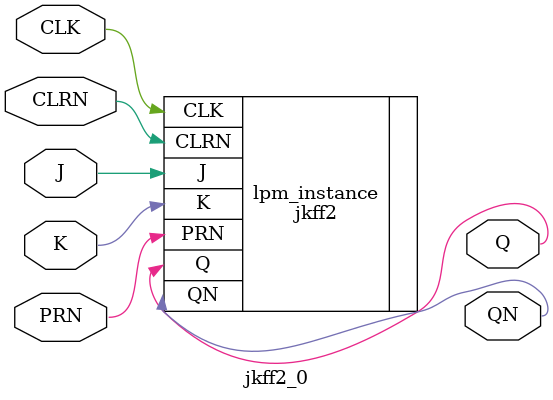
<source format=v>



module jkff2_0(K,CLRN,CLK,PRN,J,QN,Q);
input K;
input CLRN;
input CLK;
input PRN;
input J;
output QN;
output Q;

jkff2	lpm_instance(.K(K),.CLRN(CLRN),.CLK(CLK),.PRN(PRN),.J(J),.QN(QN),.Q(Q));

endmodule

</source>
